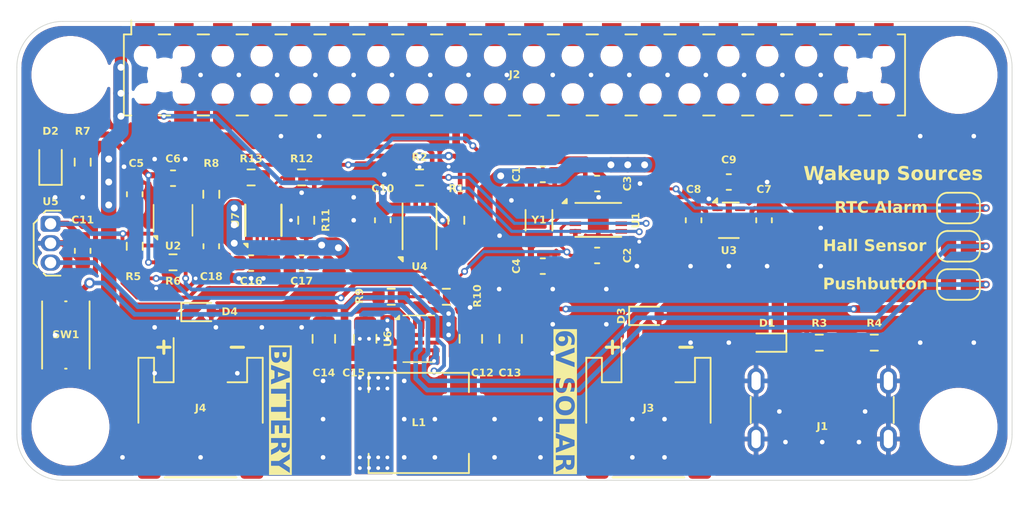
<source format=kicad_pcb>
(kicad_pcb (version 20240108) (generator "pcbnew") (generator_version "8.0")
  (title_block (comment 4 "AISLER Project ID: YGJGNUSD"))
  (layers (0 "F.Cu" signal) (1 "In1.Cu" signal) (2 "In2.Cu" signal) (31 "B.Cu" signal) (34 "B.Paste" user) (35 "F.Paste" user) (36 "B.SilkS" user "B.Silkscreen") (37 "F.SilkS" user "F.Silkscreen") (38 "B.Mask" user) (39 "F.Mask" user) (44 "Edge.Cuts" user))
  (net 0 "")
  (net 1 "Net-(U1-X1)")
  (net 2 "GND")
  (net 3 "+BATT")
  (net 4 "+3V3")
  (net 5 "Net-(U1-X2)")
  (net 6 "+4V")
  (net 7 "Net-(D2-A)")
  (net 8 "VBUS")
  (net 9 "VDC")
  (net 10 "+6V")
  (net 11 "+5V")
  (net 12 "Net-(D2-K)")
  (net 13 "Net-(J1-CC1)")
  (net 14 "Net-(J1-CC2)")
  (net 15 "/POWER_OFF")
  (net 18 "/I2C2_SDA")
  (net 36 "/I2C2_SCL")
  (net 43 "/~{RTC_ALARM}")
  (net 44 "/~{POWER_ON}")
  (net 45 "Net-(JP2-A)")
  (net 46 "Net-(L1-Pad2)")
  (net 47 "/5V_EN")
  (net 48 "Net-(U6-FB)")
  (net 49 "Net-(U7-TS{slash}MR)")
  (net 50 "Net-(U7-ILIM{slash}VSET)")
  (net 51 "Net-(U7-ISET)")
  (net 59 "Net-(JP3-B)")
  (footprint "MountingHole:MountingHole_2.7mm_M2.5_ISO14580" (layer "F.Cu") (at 121 53.5)
    (property "Reference" "H2" (hide yes))
    (property "Value" "M2.5" (hide yes))
  )
  (footprint "Diode_SMD:D_SOD-523" (layer "F.Cu") (at 158.75 69.25)
    (property "Reference" "D3")
    (property "Value" "ESD5Z5.0" (hide yes))
  )
  (footprint "Jumper:SolderJumper-2_P1.3mm_Open_RoundedPad1.0x1.5mm" (layer "F.Cu") (at 179 62.2)
    (property "Reference" "JP1" (hide yes))
    (property "Value" "SolderJumper_2_Open" (hide yes))
  )
  (footprint "Package_TO_SOT_THT:TO-92Flat" (layer "F.Cu") (at 119.7 63.23 -90)
    (property "Reference" "U5")
    (property "Value" "DRV5032FC" (hide yes))
  )
  (footprint "Capacitor_SMD:C_0603_1608Metric" (layer "F.Cu") (at 136.1 65.8)
    (property "Reference" "C17")
    (property "Value" "1u" (hide yes))
  )
  (footprint "LED_SMD:LED_0603_1608Metric" (layer "F.Cu") (at 119.7 59.2 90)
    (property "Reference" "D2")
    (property "Value" "RED" (hide yes))
  )
  (footprint "Capacitor_SMD:C_0805_2012Metric" (layer "F.Cu") (at 137.55 70.75 90)
    (property "Reference" "C14")
    (property "Value" "22u" (hide yes))
  )
  (footprint "Resistor_SMD:R_0603_1608Metric" (layer "F.Cu") (at 132.8 60.2 180)
    (property "Reference" "R13")
    (property "Value" "1k" (hide yes))
  )
  (footprint "Capacitor_SMD:C_0603_1608Metric" (layer "F.Cu") (at 166.3 63 -90)
    (property "Reference" "C7")
    (property "Value" "100n" (hide yes))
  )
  (footprint "gworkman_connector:RaspberryPi_low_profile_HAT_connector" (layer "F.Cu") (at 150 53.5)
    (property "Reference" "J2")
    (property "Value" "Raspberry_Pi_2_3" (hide yes))
  )
  (footprint "Package_DFN_QFN:DFN-8-1EP_3x2mm_P0.5mm_EP1.36x1.46mm" (layer "F.Cu") (at 155.475 62.975)
    (property "Reference" "U1")
    (property "Value" "MCP7940N-xMNY" (hide yes))
  )
  (footprint "Resistor_SMD:R_0603_1608Metric" (layer "F.Cu") (at 146.2 63 90)
    (property "Reference" "R1")
    (property "Value" "5k1" (hide yes))
  )
  (footprint "Capacitor_SMD:C_0805_2012Metric" (layer "F.Cu") (at 149.75 70.75 90)
    (property "Reference" "C13")
    (property "Value" "22u" (hide yes))
  )
  (footprint "Resistor_SMD:R_0603_1608Metric" (layer "F.Cu") (at 130.2 61.3 -90)
    (property "Reference" "R8")
    (property "Value" "5k1" (hide yes))
  )
  (footprint "gworkman_device:L_Vishay_IHLP-2525" (layer "F.Cu") (at 143.75 76.25 180)
    (property "Reference" "L1")
    (property "Value" "1u5" (hide yes))
  )
  (footprint "Diode_SMD:D_SOD-523" (layer "F.Cu") (at 166.5 71 180)
    (property "Reference" "D1")
    (property "Value" "ESD5Z5.0" (hide yes))
  )
  (footprint "Resistor_SMD:R_0603_1608Metric" (layer "F.Cu") (at 125.2 64.7 -90)
    (property "Reference" "R5")
    (property "Value" "5k1" (hide yes))
  )
  (footprint "gworkman_power:Texas_DRL0008A_SOT-583" (layer "F.Cu") (at 164 63)
    (property "Reference" "U3")
    (property "Value" "LM66200" (hide yes))
  )
  (footprint "Capacitor_SMD:C_0805_2012Metric" (layer "F.Cu") (at 147.15 70.75 90)
    (property "Reference" "C12")
    (property "Value" "22u" (hide yes))
  )
  (footprint "Capacitor_SMD:C_0603_1608Metric" (layer "F.Cu") (at 155.4 65.3)
    (property "Reference" "C2")
    (property "Value" "100n" (hide yes))
  )
  (footprint "Diode_SMD:D_SOD-523" (layer "F.Cu") (at 129.5 69)
    (property "Reference" "D4")
    (property "Value" "ESD5Z5.0" (hide yes))
  )
  (footprint "MountingHole:MountingHole_2.7mm_M2.5_ISO14580" (layer "F.Cu") (at 179 76.5)
    (property "Reference" "H4" (hide yes))
    (property "Value" "M2.5" (hide yes))
  )
  (footprint "Resistor_SMD:R_0603_1608Metric" (layer "F.Cu") (at 136.1 60.2)
    (property "Reference" "R12")
    (property "Value" "13k" (hide yes))
  )
  (footprint "Package_DFN_QFN:DFN-8-1EP_3x2mm_P0.5mm_EP1.3x1.5mm" (layer "F.Cu") (at 143.8 63.4 90)
    (property "Reference" "U4")
    (property "Value" "ATECC608A-MAHDA" (hide yes))
  )
  (footprint "Capacitor_SMD:C_0603_1608Metric" (layer "F.Cu") (at 132.8 65.8 180)
    (property "Reference" "C16")
    (property "Value" "1u" (hide yes))
  )
  (footprint "Capacitor_SMD:C_0603_1608Metric" (layer "F.Cu") (at 127.7 60.25)
    (property "Reference" "C6")
    (property "Value" "100n" (hide yes))
  )
  (footprint "Resistor_SMD:R_0603_1608Metric" (layer "F.Cu") (at 173.5 71)
    (property "Reference" "R4")
    (property "Value" "5k1" (hide yes))
  )
  (footprint "Resistor_SMD:R_0603_1608Metric" (layer "F.Cu") (at 121.8 59.2 90)
    (property "Reference" "R7")
    (property "Value" "5k1" (hide yes))
  )
  (footprint "Capacitor_SMD:C_0603_1608Metric" (layer "F.Cu") (at 121.8 65 -90)
    (property "Reference" "C11")
    (property "Value" "100n" (hide yes))
  )
  (footprint "Capacitor_SMD:C_0603_1608Metric" (layer "F.Cu") (at 164 60.5)
    (property "Reference" "C9")
    (property "Value" "100n" (hide yes))
  )
  (footprint "Connector_USB:USB_C_Receptacle_GCT_USB4125-xx-x_6P_TopMnt_Horizontal" (layer "F.Cu") (at 170.1 76.5)
    (property "Reference" "J1")
    (property "Value" "USB_C_Receptacle_PowerOnly_6P")
  )
  (footprint "Capacitor_SMD:C_0603_1608Metric" (layer "F.Cu") (at 141.4 63 -90)
    (property "Reference" "C10")
    (property "Value" "100n" (hide yes))
  )
  (footprint "gworkman_power:USP-8B06" (layer "F.Cu") (at 127.7 63 90)
    (property "Reference" "U2")
    (property "Value" "XC6192B" (hide yes))
  )
  (footprint "Resistor_SMD:R_0603_1608Metric" (layer "F.Cu") (at 143.8 60.2)
    (property "Reference" "R2")
    (property "Value" "5k1" (hide yes))
  )
  (footprint "gworkman_power:MPS_PowerQFN-14_2x2mm" (layer "F.Cu") (at 143.75 70.75)
    (property "Reference" "U6")
    (property "Value" "MP3423" (hide yes))
  )
  (footprint "Jumper:SolderJumper-2_P1.3mm_Open_RoundedPad1.0x1.5mm" (layer "F.Cu") (at 179 67.2)
    (property "Reference" "JP3" (hide yes))
    (property "Value" "SolderJumper_2_Open" (hide yes))
  )
  (footprint "MountingHole:MountingHole_2.7mm_M2.5_ISO14580" (layer "F.Cu") (at 179 53.5)
    (property "Reference" "H3" (hide yes))
    (property "Value" "M2.5" (hide yes))
  )
  (footprint "Capacitor_SMD:C_0603_1608Metric" (layer "F.Cu") (at 130.2 64.7 -90)
    (property "Reference" "C18")
    (property "Value" "1u" (hide yes))
  )
  (footprint "Capacitor_SMD:C_0805_2012Metric" (layer "F.Cu") (at 140.25 70.75 90)
    (property "Reference" "C15")
    (property "Value" "22u" (hide yes))
  )
  (footprint "Capacitor_SMD:C_0603_1608Metric" (layer "F.Cu") (at 125.2 61.3 90)
    (property "Reference" "C5")
    (property "Value" "100n" (hide yes))
  )
  (footprint "Resistor_SMD:R_0603_1608Metric" (layer "F.Cu") (at 141.95 68)
    (property "Reference" "R9")
    (property "Value" "750k" (hide yes))
  )
  (footprint "Jumper:SolderJumper-2_P1.3mm_Open_RoundedPad1.0x1.5mm" (layer "F.Cu") (at 179 64.7 180)
    (property "Reference" "JP2" (hide yes))
    (property "Value" "SolderJumper_2_Open" (hide yes))
  )
  (footprint "MountingHole:MountingHole_2.7mm_M2.5_ISO14580" (layer "F.Cu") (at 121 76.5)
    (property "Reference" "H1" (hide yes))
    (property "Value" "M2.5" (hide yes))
  )
  (footprint "Button_Switch_SMD:SW_Push_1P1T_NO_CK_KMR2" (layer "F.Cu") (at 120.7 70.5 -90)
    (property "Reference" "SW1")
    (property "Value" "SW_Push" (hide yes))
  )
  (footprint "gworkman_connector:JST_PH_01x02_SMT_Horizontal" (layer "F.Cu") (at 129.5 75.3)
    (property "Reference" "J4")
    (property "Value" "~")
  )
  (footprint "Crystal:Crystal_SMD_3215-2Pin_3.2x1.5mm" (layer "F.Cu") (at 151.6 63 -90)
    (property "Reference" "Y1")
    (property "Value" "32.768kHz" (hide yes))
  )
  (footprint "Capacitor_SMD:C_0603_1608Metric" (layer "F.Cu") (at 151.85 66)
    (property "Reference" "C4")
    (property "Value" "6p" (hide yes))
  )
  (footprint "Capacitor_SMD:C_0603_1608Metric" (layer "F.Cu") (at 161.7 63 -90)
    (property "Reference" "C8")
    (property "Value" "100n" (hide yes))
  )
  (footprint "gworkman_connector:JST_PH_01x02_SMT_Horizontal" (layer "F.Cu") (at 158.75 75.3)
    (property "Reference" "J3")
    (property "Value" "~")
  )
  (footprint "Resistor_SMD:R_0603_1608Metric" (layer "F.Cu") (at 169.9075 71 180)
    (property "Reference" "R3")
    (property "Value" "5k1" (hide yes))
  )
  (footprint "Resistor_SMD:R_0603_1608Metric" (layer "F.Cu") (at 145.55 68)
    (property "Reference" "R10")
    (property "Value" "140k" (hide yes))
  )
  (footprint "Capacitor_SMD:C_0603_1608Metric" (layer "F.Cu") (at 155.4 60.6 180)
    (property "Reference" "C3")
    (property "Value" "100n" (hide yes))
  )
  (footprint "Capacitor_SMD:C_0603_1608Metric" (layer "F.Cu") (at 151.85 60)
    (property "Reference" "C1")
    (property "Value" "6p" (hide yes))
  )
  (footprint "Resistor_SMD:R_0603_1608Metric" (layer "F.Cu") (at 127.7 65.75 180)
    (property "Reference" "R6")
    (property "Value" "5k1" (hide yes))
  )
  (footprint "Resistor_SMD:R_0603_1608Metric" (layer "F.Cu") (at 136.4 63 -90)
    (property "Reference" "R11")
    (property "Value" "10k" (hide yes))
  )
  (footprint "gworkman_power:Texas_DLH0010A_WSON-10" (layer "F.Cu") (at 133.6 63 90)
    (property "Reference" "U7")
    (property "Value" "BQ25185" (hide yes))
  )
  (gr_line (start 131.5 71.3) (end 132.3 71.3) (stroke (width 0.2)) (layer "F.SilkS"))
  (gr_line (start 126.7 71.3) (end 127.5 71.3) (stroke (width 0.2)) (layer "F.SilkS"))
  (gr_line (start 127.1 70.9) (end 127.1 71.7) (stroke (width 0.2)) (layer "F.SilkS"))
  (gr_line (start 156.4 70.9) (end 156.4 71.7) (stroke (width 0.2)) (layer "F.SilkS"))
  (gr_line (start 160.8 71.3) (end 161.6 71.3) (stroke (width 0.2)) (layer "F.SilkS"))
  (gr_line (start 156 71.3) (end 156.8 71.3) (stroke (width 0.2)) (layer "F.SilkS"))
  (gr_arc (start 179.5 50) (mid 181.62132 50.87868) (end 182.5 53) (stroke (width 0.05)) (layer "Edge.Cuts"))
  (gr_arc (start 120.5 80) (mid 118.37868 79.12132) (end 117.5 77) (stroke (width 0.05)) (layer "Edge.Cuts"))
  (gr_arc (start 182.5 77) (mid 181.62132 79.12132) (end 179.5 80) (stroke (width 0.05)) (layer "Edge.Cuts"))
  (gr_line (start 117.5 77) (end 117.5 53) (stroke (width 0.05)) (layer "Edge.Cuts"))
  (gr_line (start 179.5 80) (end 120.5 80) (stroke (width 0.05)) (layer "Edge.Cuts"))
  (gr_line (start 182.5 53) (end 182.5 77) (stroke (width 0.05)) (layer "Edge.Cuts"))
  (gr_line (start 120.5 50) (end 179.5 50) (stroke (width 0.05)) (layer "Edge.Cuts"))
  (gr_arc (start 117.5 53) (mid 118.37868 50.87868) (end 120.5 50) (stroke (width 0.05)) (layer "Edge.Cuts"))
  (gr_text "Pushbutton" (at 177 67.2 0) (layer "F.SilkS") (effects (font (size 0.75 0.75) (thickness 0.1875) (bold yes)) (justify right)))
  (gr_text "BATTERY" (at 134.6 79.5 270) (layer "F.SilkS" knockout) (effects (font (size 1.2 1.2) (thickness 0.24) (bold yes)) (justify right)))
  (gr_text "RTC Alarm" (at 177 62.2 0) (layer "F.SilkS") (effects (font (size 0.75 0.75) (thickness 0.15) (bold yes)) (justify right)))
  (gr_text "6V SOLAR" (at 153.2 79.5 270) (layer "F.SilkS" knockout) (effects (font (size 1.2 1.2) (thickness 0.2) (bold yes)) (justify right)))
  (gr_text "Hall Sensor" (at 176.9 64.7 0) (layer "F.SilkS") (effects (font (size 0.75 0.75) (thickness 0.1875) (bold yes)) (justify right)))
  (gr_text "Wakeup Sources" (at 180.6 60 0) (layer "F.SilkS") (effects (font (size 0.9 0.9) (thickness 0.225) (bold yes)) (justify right)))
  (segment (start 151.075 61.225) (end 151.6 61.75) (width 0.4) (layer "F.Cu") (net 1))
  (segment (start 151.6 61.75) (end 152.5 61.75) (width 0.2) (layer "F.Cu") (net 1))
  (segment (start 151.075 60) (end 151.075 61.225) (width 0.4) (layer "F.Cu") (net 1))
  (segment (start 152.5 61.75) (end 152.975 62.225) (width 0.2) (layer "F.Cu") (net 1))
  (segment (start 152.975 62.225) (end 153.975 62.225) (width 0.2) (layer "F.Cu") (net 1))
  (segment (start 120.525 64.5) (end 121.8 65.775) (width 0.4) (layer "F.Cu") (net 2))
  (segment (start 134.00005 64.1303) (end 134.00005 63.40005) (width 0.175) (layer "F.Cu") (net 2))
  (segment (start 134.4001 64.1303) (end 134.00005 64.1303) (width 0.175) (layer "F.Cu") (net 2))
  (segment (start 127.95 62.1491) (end 127.95 62.75) (width 0.2) (layer "F.Cu") (net 2))
  (segment (start 135.4 63) (end 133.6 63) (width 0.175) (layer "F.Cu") (net 2))
  (segment (start 127.45 63.25) (end 127.7 63) (width 0.2) (layer "F.Cu") (net 2))
  (segment (start 142.7467 70.5) (end 142.7467 69.999999) (width 0.2) (layer "F.Cu") (net 2))
  (segment (start 131.25 65.8) (end 132.025 65.8) (width 0.5) (layer "F.Cu") (net 2))
  (segment (start 130.2 65.475) (end 130.925 65.475) (width 0.5) (layer "F.Cu") (net 2))
  (segment (start 135.4 63) (end 135.4 63.9) (width 0.175) (layer "F.Cu") (net 2))
  (segment (start 143.75 70.5) (end 144 70.5) (width 0.2) (layer "F.Cu") (net 2))
  (segment (start 127.95 62.75) (end 127.7 63) (width 0.2) (layer "F.Cu") (net 2))
  (segment (start 135.1697 64.1303) (end 134.4001 64.1303) (width 0.175) (layer "F.Cu") (net 2))
  (segment (start 143.75 70.5) (end 142.7467 70.5) (width 0.2) (layer "F.Cu") (net 2))
  (segment (start 144.75 71.503301) (end 144.7533 71.500001) (width 0.2) (layer "F.Cu") (net 2))
  (segment (start 144.75 72.2) (end 144.75 71.503301) (width 0.2) (layer "F.Cu") (net 2))
  (segment (start 119.7 64.5) (end 120.525 64.5) (width 0.4) (layer "F.Cu") (net 2))
  (segment (start 130.925 65.475) (end 131.25 65.8) (width 0.5) (layer "F.Cu") (net 2))
  (segment (start 134.00005 63.40005) (end 133.6 63) (width 0.175) (layer "F.Cu") (net 2))
  (segment (start 144 70.5) (end 144 69.7467) (width 0.2) (layer "F.Cu") (net 2))
  (segment (start 135.4 63.9) (end 135.1697 64.1303) (width 0.175) (layer "F.Cu") (net 2))
  (segment (start 127.45 63.8509) (end 127.45 63.25) (width 0.2) (layer "F.Cu") (net 2))
  (via (at 161.5 71) (size 0.6) (drill 0.3) (layers "F.Cu" "B.Cu") (net 2))
  (via (at 142.8 73.5) (size 0.6) (drill 0.3) (layers "F.Cu" "B.Cu") (net 2))
  (via (at 144.8 78.5) (size 0.6) (drill 0.3) (layers "F.Cu" "B.Cu") (net 2))
  (via (at 166.5 60.5) (size 0.6) (drill 0.3) (layers "F.Cu" "B.Cu") (net 2))
  (via (at 139.5 53.5) (size 0.6) (drill 0.3) (layers "F.Cu" "B.Cu") (net 2))
  (via (at 124.5 59.5) (size 0.6) (drill 0.3) (layers "F.Cu" "B.Cu") (net 2))
  (via (at 121.8 61.5) (size 0.6) (drill 0.3) (layers "F.Cu" "B.Cu") (net 2))
  (via (at 151.7 78.5) (size 0.6) (drill 0.3) (layers "F.Cu" "B.Cu") (net 2))
  (via (at 134.5 53.5) (size 0.6) (drill 0.3) (layers "F.Cu" "B.Cu") (net 2))
  (via (at 132 53.5) (size 0.6) (drill 0.3) (layers "F.Cu" "B.Cu") (net 2))
  (via (at 156 69.8) (size 0.6) (drill 0.3) (layers "F.Cu" "B.Cu") (net 2))
  (via (at 136.1 70) (size 0.6) (drill 0.3) (layers "F.Cu" "B.Cu") (net 2))
  (via (at 126.5 59) (size 0.6) (drill 0.3) (layers "F.Cu" "B.Cu") (net 2))
  (via (at 164 66) (size 0.6) (drill 0.3) (layers "F.Cu" "B.Cu") (net 2))
  (via (at 142.8 78.5) (size 0.6) (drill 0.3) (layers "F.Cu" "B.Cu") (net 2))
  (via (at 172.5 77.5) (size 0.6) (drill 0.3) (layers "F.Cu" "B.Cu") (net 2))
  (via (at 158 66) (size 0.6) (drill 0.3) (layers "F.Cu" "B.Cu") (net 2))
  (via (at 170 66) (size 0.6) (drill 0.3) (layers "F.Cu" "B.Cu") (net 2))
  (via (at 159.8 76) (size 0.6) (drill 0.3) (layers "F.Cu" "B.Cu") (net 2))
  (via (at 129.175003 66.8) (size 0.45) (drill 0.25) (layers "F.Cu" "B.Cu") (net 2))
  (via (at 180 57.5) (size 0.6) (drill 0.3) (layers "F.Cu" "B.Cu") (net 2))
  (via (at 137.5 76) (size 0.6) (drill 0.3) (layers "F.Cu" "B.Cu") (net 2))
  (via (at 141.5 60) (size 0.6) (drill 0.3) (layers "F.Cu" "B.Cu") (net 2))
  (via (at 152.5 53.5) (size 0.6) (drill 0.3) (layers "F.Cu" "B.Cu") (net 2))
  (via (at 129.5 78.5) (size 0.6) (drill 0.3) (layers "F.Cu" "B.Cu") (net 2))
  (via (at 144.75 72.2) (size 0.45) (drill 0.25) (layers "F.Cu" "B.Cu") (net 2))
  (via (at 170 63.5) (size 0.6) (drill 0.3) (layers "F.Cu" "B.Cu") (net 2))
  (via (at 151.7 76) (size 0.6) (drill 0.3) (layers "F.Cu" "B.Cu") (net 2))
  (via (at 126.5 70) (size 0.6) (drill 0.3) (layers "F.Cu" "B.Cu") (net 2))
  (via (at 148.7 78.5) (size 0.6) (drill 0.3) (layers "F.Cu" "B.Cu") (net 2))
  (via (at 133.5 70) (size 0.6) (drill 0.3) (layers "F.Cu" "B.Cu") (net 2))
  (via (at 157.7 76) (size 0.6) (drill 0.3) (layers "F.Cu" "B.Cu") (net 2))
  (via (at 158.15 64.400002) (size 0.45) (drill 0.25) (layers "F.Cu" "B.Cu") (net 2))
  (via (at 164 71) (size 0.6) (drill 0.3) (layers "F.Cu" "B.Cu") (net 2))
  (via (at 135.4 63) (size 0.45) (drill 0.25) (layers "F.Cu" "B.Cu") (net 2))
  (via (at 156 67.5) (size 0.6) (drill 0.3) (layers "F.Cu" "B.Cu") (net 2))
  (via (at 170.1 77.5) (size 0.6) (drill 0.3) (layers "F.Cu" "B.Cu") (net 2))
  (via (at 128.5 59) (size 0.6) (drill 0.3) (layers "F.Cu" "B.Cu") (net 2))
  (via (at 130.5 70) (size 0.6) (drill 0.3) (layers "F.Cu" "B.Cu") (net 2))
  (via (at 152.5 71.7) (size 0.6) (drill 0.3) (layers "F.Cu" "B.Cu") (net 2))
  (via (at 145.7 59.500003) (size 0.45) (drill 0.25) (layers "F.Cu" "B.Cu") (net 2))
  (via (at 162.7 61.6) (size 0.6) (drill 0.3) (layers "F.Cu" "B.Cu") (net 2))
  (via (at 145.7 60.9) (size 0.45) (drill 0.25) (layers "F.Cu" "B.Cu") (net 2))
  (via (at 155.5 61.5) (size 0.6) (drill 0.3) (layers "F.Cu" "B.Cu") (net 2))
  (via (at 158.2 60.6) (size 0.6) (drill 0.3) (layers "F.Cu" "B.Cu") (net 2))
  (via (at 152.5 67.5) (size 0.6) (drill 0.3) (layers "F.Cu" "B.Cu") (net 2))
  (via (at 155 53.5) (size 0.6) (drill 0.3) (layers "F.Cu" "B.Cu") (net 2))
  (via (at 170 60.5) (size 0.6) (drill 0.3) (layers "F.Cu" "B.Cu") (net 2))
  (via (at 120 61.5) (size 0.6) (drill 0.3) (layers "F.Cu" "B.Cu") (net 2))
  (via (at 142.8 76) (size 0.6) (drill 0.3) (layers "F.Cu" "B.Cu") (net 2))
  (via (at 176.5 71) (size 0.6) (drill 0.3) (layers "F.Cu" "B.Cu") (net 2))
  (via (at 126.6 67.450003) (size 0.45) (drill 0.25) (layers "F.Cu" "B.Cu") (net 2))
  (via (at 160 53.5) (size 0.6) (drill 0.3) (layers "F.Cu" "B.Cu") (net 2))
  (via (at 176.5 57.5) (size 0.6) (drill 0.3) (layers "F.Cu" "B.Cu") (net 2))
  (via (at 149.5 53.5) (size 0.6) (drill 0.3) (layers "F.Cu" "B.Cu") (net 2))
  (via (at 162.5 53.5) (size 0.6) (drill 0.3) (layers "F.Cu" "B.Cu") (net 2))
  (via (at 147 53.5) (size 0.6) (drill 0.3) (layers "F.Cu" "B.Cu") (net 2))
  (via (at 167.7 77.5) (size 0.6) (drill 0.3) (layers "F.Cu" "B.Cu") (net 2))
  (via (at 149.8 61.7) (size 0.6) (drill 0.3) (layers "F.Cu" "B.Cu") (net 2))
  (via (at 157.7 78.5) (size 0.6) (drill 0.3) (layers "F.Cu" "B.Cu") (net 2))
  (via (at 137.25 57.5) (size 0.6) (drill 0.3) (layers "F.Cu" "B.Cu") (net 2))
  (via (at 120 70.5) (size 0.6) (drill 0.3) (layers "F.Cu" "B.Cu") (net 2))
  (via (at 148.7 76) (size 0.6) (drill 0.3) (layers "F.Cu" "B.Cu") (net 2))
  (via (at 137.5 78.5) (size 0.6) (drill 0.3) (layers "F.Cu" "B.Cu") (net 2))
  (via (at 131.9 73) (size 0.6) (drill 0.3) (layers "F.Cu" "B.Cu") (net 2))
  (via (at 129.5 53.5) (size 0.6) (drill 0.3) (layers "F.Cu" "B.Cu") (net 2))
  (via (at 167.3 75.5) (size 0.6) (drill 0.3) (layers "F.Cu" "B.Cu") (net 2))
  (via (at 144.5 53.5) (size 0.6) (drill 0.3) (layers "F.Cu" "B.Cu") (net 2))
  (via (at 159.8 78.5) (size 0.6) (drill 0.3) (layers "F.Cu" "B.Cu") (net 2))
  (via (at 137 53.5) (size 0.6) (drill 0.3) (layers "F.Cu" "B.Cu") (net 2))
  (via (at 166.5 66) (size 0.6) (drill 0.3) (layers "F.Cu" "B.Cu") (net 2))
  (via (at 124.4 78.5) (size 0.6) (drill 0.3) (layers "F.Cu" "B.Cu") (net 2))
  (via (at 152.5 69.8) (size 0.6) (drill 0.3) (layers "F.Cu" "B.Cu") (net 2))
  (via (at 165 53.5) (size 0.6) (drill 0.3) (layers "F.Cu" "B.Cu") (net 2))
  (via (at 149.027225 64.008732) (size 0.6) (drill 0.3) (layers "F.Cu" "B.Cu") (net 2))
  (via (at 134.75 57.5) (size 0.6) (drill 0.3) (layers "F.Cu" "B.Cu") (net 2))
  (via (at 126.5 73) (size 0.6) (drill 0.3) (layers "F.Cu" "B.Cu") (net 2))
  (via (at 139.5 61.5) (size 0.6) (drill 0.3) (layers "F.Cu" "B.Cu") (net 2))
  (via (at 157.5 53.5) (size 0.6) (drill 0.3) (layers "F.Cu" "B.Cu") (net 2))
  (via (at 180 71) (size 0.6) (drill 0.3) (layers "F.Cu" "B.Cu") (net 2))
  (via (at 161.5 66) (size 0.6) (drill 0.3) (layers "F.Cu" "B.Cu") (net 2))
  (via (at 167.5 53.5) (size 0.6) (drill 0.3) (layers "F.Cu" "B.Cu") (net 2))
  (via (at 137.5 73.5) (size 0.6) (drill 0.3) (layers "F.Cu" "B.Cu") (net 2))
  (via (at 143.8 59.525003) (size 0.45) (drill 0.25) (layers "F.Cu" "B.Cu") (net 2))
  (via (at 136.1 61.2) (size 0.6) (drill 0.3) (layers "F.Cu" "B.Cu") (net 2))
  (via (at 149 67.5) (size 0.6) (drill 0.3) (layers "F.Cu" "B.Cu") (net 2))
  (via (at 142 53.5) (size 0.6) (drill 0.3) (layers "F.Cu" "B.Cu") (net 2))
  (via (at 144.8 76) (size 0.6) (drill 0.3) (layers "F.Cu" "B.Cu") (net 2))
  (via (at 139.5 63) (size 0.6) (drill 0.3) (layers "F.Cu" "B.Cu") (net 2))
  (via (at 147.1 68.7) (size 0.6) (drill 0.3) (layers "F.Cu" "B.Cu") (net 2))
  (via (at 170 53.5) (size 0.6) (drill 0.3) (layers "F.Cu" "B.Cu") (net 2))
  (via (at 172.9 75.5) (size 0.6) (drill 0.3) (layers "F.Cu" "B.Cu") (net 2))
  (segment (start 146.373982 66.7125) (end 135.6875 66.7125) (width 0.175) (layer "F.Cu") (net 3))
  (segment (start 133.3 64.9) (end 133.95 64.9) (width 0.2) (layer "F.Cu") (net 3))
  (segment (start 146.743241 66.343241) (end 146.373982 66.7125) (width 0.175) (layer "F.Cu") (net 3))
  (segment (start 153.05 64.7) (end 153.05 63.525) (width 0.2) (layer "F.Cu") (net 3))
  (segment (start 130.085184 67.7) (end 134.7 67.7) (width 0.8) (layer "F.Cu") (net 3))
  (segment (start 128.5 69.3) (end 128.8 69) (width 0.8) (layer "F.Cu") (net 3))
  (segment (start 135.6875 66.7125) (end 135.325 67.075) (width 0.175) (layer "F.Cu") (net 3))
  (segment (start 129.2 68.6) (end 129.2 68.585184) (width 0.8) (layer "F.Cu") (net 3))
  (segment (start 153.425 65.075) (end 153.65 65.3) (width 0.2) (layer "F.Cu") (net 3))
  (segment (start 129.2 68.585184) (end 130.085184 67.7) (width 0.8) (layer "F.Cu") (net 3))
  (segment (start 128.8 69) (end 129.2 68.6) (width 0.8) (layer "F.Cu") (net 3))
  (segment (start 153.65 65.3) (end 154.625 65.3) (width 0.2) (layer "F.Cu") (net 3))
  (segment (start 135 64.9) (end 135.325 65.225) (width 0.4) (layer "F.Cu") (net 3))
  (segment (start 133.19995 64.1303) (end 133.19995 64.79995) (width 0.175) (layer "F.Cu") (net 3))
  (segment (start 128.5 72.45) (end 128.5 69.3) (width 0.8) (layer "F.Cu") (net 3))
  (segment (start 153.35 63.225) (end 153.975 63.225) (width 0.2) (layer "F.Cu") (net 3))
  (segment (start 134.7 67.7) (end 135.325 67.075) (width 0.8) (layer "F.Cu") (net 3))
  (segment (start 153.425 65.075) (end 153.05 64.7) (width 0.2) (layer "F.Cu") (net 3))
  (segment (start 153.05 63.525) (end 153.35 63.225) (width 0.2) (layer "F.Cu") (net 3))
  (segment (start 133.95 64.9) (end 135 64.9) (width 0.4) (layer "F.Cu") (net 3))
  (segment (start 133.19995 64.79995) (end 133.3 64.9) (width 0.175) (layer "F.Cu") (net 3))
  (segment (start 135.325 65.225) (end 135.325 65.8) (width 0.6) (layer "F.Cu") (net 3))
  (segment (start 135.325 67.075) (end 135.325 65.8) (width 0.8) (layer "F.Cu") (net 3))
  (via (at 146.743241 66.343241) (size 0.45) (drill 0.25) (layers "F.Cu" "B.Cu") (net 3))
  (via (at 153.425 65.075) (size 0.45) (drill 0.25) (layers "F.Cu" "B.Cu") (net 3))
  (segment (start 148 65.05) (end 146.743241 66.306759) (width 0.2) (layer "B.Cu") (net 3))
  (segment (start 153.425 65.075) (end 153.4 65.05) (width 0.2) (layer "B.Cu") (net 3))
  (segment (start 153.4 65.05) (end 148 65.05) (width 0.2) (layer "B.Cu") (net 3))
  (segment (start 146.743241 66.306759) (end 146.743241 66.343241) (width 0.2) (layer "B.Cu") (net 3))
  (segment (start 147.125 63.275) (end 147.125 60.025) (width 0.5) (layer "F.Cu") (net 4))
  (segment (start 146.19 56.22) (end 146.19 58.04) (width 0.5) (layer "F.Cu") (net 4))
  (segment (start 147.125 60.025) (end 148.075 59.075) (width 0.5) (layer "F.Cu") (net 4))
  (segment (start 143.05 61.95) (end 141.675 61.95) (width 0.2) (layer "F.Cu") (net 4))
  (segment (start 156.975 62.225) (end 156.975 61.4) (width 0.2) (layer "F.Cu") (net 4))
  (segment (start 146.125 63.825) (end 145.3 63) (width 0.5) (layer "F.Cu") (net 4))
  (segment (start 154.65 59.075) (end 156.175 60.6) (width 0.5) (layer "F.Cu") (net 4))
  (segment (start 127.08 56.22) (end 127.1 56.2) (width 0.3) (layer "F.Cu") (net 4))
  (segment (start 148.075 59.075) (end 154.65 59.075) (width 0.5) (layer "F.Cu") (net 4))
  (segment (start 143.05 61.95) (end 143.05 60.275) (width 0.2) (layer "F.Cu") (net 4))
  (segment (start 156.975 61.4) (end 156.175 60.6) (width 0.2) (layer "F.Cu") (net 4))
  (segment (start 143.05 60.275) (end 142.975 60.2) (width 0.2) (layer "F.Cu") (net 4))
  (segment (start 125.87 56.22) (end 127.08 56.22) (width 0.3) (layer "F.Cu") (net 4))
  (segment (start 146.2 63.825) (end 146.125 63.825) (width 0.5) (layer "F.Cu") (net 4))
  (segment (start 141.675 61.95) (end 141.4 62.225) (width 0.2) (layer "F.Cu") (net 4))
  (segment (start 141.4 61.2) (end 141.4 62.225) (width 0.5) (layer "F.Cu") (net 4))
  (segment (start 146.19 58.04) (end 147.65 59.5) (width 0.5) (layer "F.Cu") (net 4))
  (segment (start 146.2 63.825) (end 146.575 63.825) (width 0.5) (layer "F.Cu") (net 4))
  (segment (start 146.575 63.825) (end 147.125 63.275) (width 0.5) (layer "F.Cu") (net 4))
  (via (at 141.4 61.2) (size 0.55) (drill 0.3) (layers "F.Cu" "B.Cu") (net 4))
  (via (at 145.3 63) (size 0.55) (drill 0.3) (layers "F.Cu" "B.Cu") (net 4))
  (via (at 127.1 56.2) (size 0.45) (drill 0.25) (layers "F.Cu" "B.Cu") (net 4))
  (segment (start 141.4 61.2) (end 141.4 61.8) (width 0.5) (layer "B.Cu") (net 4))
  (segment (start 134.8 60.55) (end 140.75 60.55) (width 0.3) (layer "B.Cu") (net 4))
  (segment (start 127.1 56.2) (end 130.45 56.2) (width 0.3) (layer "B.Cu") (net 4))
  (segment (start 144.6 62.3) (end 145.3 63) (width 0.5) (layer "B.Cu") (net 4))
  (segment (start 141.4 61.8) (end 141.9 62.3) (width 0.5) (layer "B.Cu") (net 4))
  (segment (start 141.9 62.3) (end 144.6 62.3) (width 0.5) (layer "B.Cu") (net 4))
  (segment (start 130.45 56.2) (end 134.8 60.55) (width 0.3) (layer "B.Cu") (net 4))
  (segment (start 140.75 60.55) (end 141.4 61.2) (width 0.3) (layer "B.Cu") (net 4))
  (segment (start 152 64.25) (end 152.4 63.85) (width 0.2) (layer "F.Cu") (net 5))
  (segment (start 152.4 63.3) (end 152.975 62.725) (width 0.2) (layer "F.Cu") (net 5))
  (segment (start 152.975 62.725) (end 153.975 62.725) (width 0.2) (layer "F.Cu") (net 5))
  (segment (start 151.075 66) (end 151.075 64.775) (width 0.4) (layer "F.Cu") (net 5))
  (segment (start 151.6 64.25) (end 152 64.25) (width 0.2) (layer "F.Cu") (net 5))
  (segment (start 151.075 64.775) (end 151.6 64.25) (width 0.4) (layer "F.Cu") (net 5))
  (segment (start 152.4 63.85) (end 152.4 63.3) (width 0.2) (layer "F.Cu") (net 5))
  (segment (start 124.425 63.875) (end 124.4 63.9) (width 0.25) (layer "F.Cu") (net 6))
  (segment (start 125.35 68.05) (end 128.70988 68.05) (width 0.25) (layer "F.Cu") (net 6))
  (segment (start 125.2 62.075) (end 125.2 63.875) (width 0.25) (layer "F.Cu") (net 6))
  (segment (start 126.925899 63.875) (end 126.949999 63.8509) (width 0.25) (layer "F.Cu") (net 6))
  (segment (start 128.70988 68.05) (end 129.95988 66.8) (width 0.25) (layer "F.Cu") (net 6))
  (segment (start 120.805 63.23) (end 121.8 64.225) (width 0.4) (layer "F.Cu") (net 6))
  (segment (start 124.425 63.875) (end 125.2 63.875) (width 0.25) (layer "F.Cu") (net 6))
  (segment (start 124.4 63.9) (end 124.4 67.1) (width 0.25) (layer "F.Cu") (net 6))
  (segment (start 125.2 63.875) (end 126.925899 63.875) (width 0.25) (layer "F.Cu") (net 6))
  (segment (start 129.95988 66.8) (end 132 66.8) (width 0.25) (layer "F.Cu") (net 6))
  (segment (start 119.7 63.23) (end 120.805 63.23) (width 0.4) (layer "F.Cu") (net 6))
  (segment (start 146.671 72.179) (end 147.15 71.7) (width 1.5) (layer "F.Cu") (net 6))
  (segment (start 124.4 67.1) (end 125.35 68.05) (width 0.25) (layer "F.Cu") (net 6))
  (segment (start 146.671 76.25) (end 146.671 72.179) (width 1.75) (layer "F.Cu") (net 6))
  (via (at 133.6 66.8) (size 0.6) (drill 0.3) (layers "F.Cu" "B.Cu") (net 6))
  (via (at 145.7 69.8) (size 0.55) (drill 0.3) (layers "F.Cu" "B.Cu") (net 6))
  (via (at 145.7 69.1) (size 0.55) (drill 0.3) (layers "F.Cu" "B.Cu") (net 6))
  (via (at 124.425 63.875) (size 0.45) (drill 0.25) (layers "F.Cu" "B.Cu") (net 6))
  (via (at 132 66.8) (size 0.6) (drill 0.3) (layers "F.Cu" "B.Cu") (net 6))
  (via (at 132.8 66.8) (size 0.6) (drill 0.3) (layers "F.Cu" "B.Cu") (net 6))
  (via (at 145.7 70.5) (size 0.55) (drill 0.3) (layers "F.Cu" "B.Cu") (net 6))
  (segment (start 124.425 63.875) (end 122.375 63.875) (width 0.3) (layer "B.Cu") (net 6))
  (segment (start 133.6 66.8) (end 143.45 66.8) (width 0.8) (layer "B.Cu") (net 6))
  (segment (start 132 66.8) (end 133.6 66.8) (width 0.8) (layer "B.Cu") (net 6))
  (segment (start 121.73 63.23) (end 119.7 63.23) (width 0.3) (layer "B.Cu") (net 6))
  (segment (start 143.45 66.8) (end 145.7 69.05) (width 0.8) (layer "B.Cu") (net 6))
  (segment (start 145.7 69.05) (end 145.7 70.5) (width 0.8) (layer "B.Cu") (net 6))
  (segment (start 122.375 63.875) (end 121.73 63.23) (width 0.3) (layer "B.Cu") (net 6))
  (segment (start 126.100664 65.75) (end 126.875 65.75) (width 0.25) (layer "F.Cu") (net 7))
  (segment (start 120.2 57.4) (end 123.440118 57.4) (width 0.4) (layer "F.Cu") (net 7))
  (segment (start 126.925 62.124101) (end 126.949999 62.1491) (width 0.25) (layer "F.Cu") (net 7))
  (segment (start 119.7 58.4125) (end 119.7 57.9) (width 0.4) (layer "F.Cu") (net 7))
  (segment (start 119.7 57.9) (end 120.2 57.4) (width 0.4) (layer "F.Cu") (net 7))
  (segment (start 126.45 60.059882) (end 126.640118 60.25) (width 0.25) (layer "F.Cu") (net 7))
  (segment (start 126.734882 60.059882) (end 126.925 60.25) (width 0.4) (layer "F.Cu") (net 7))
  (segment (start 126.1 60.059882) (end 126.734882 60.059882) (width 0.4) (layer "F.Cu") (net 7))
  (segment (start 126.099958 65.750706) (end 126.100664 65.75) (width 0.25) (layer "F.Cu") (net 7))
  (segment (start 126.1 60.059882) (end 126.45 60.059882) (width 0.25) (layer "F.Cu") (net 7))
  (segment (start 126.640118 60.25) (end 126.925 60.25) (width 0.25) (layer "F.Cu") (net 7))
  (segment (start 123.440118 57.4) (end 126.1 60.059882) (width 0.4) (layer "F.Cu") (net 7))
  (segment (start 126.925 60.25) (end 126.925 62.124101) (width 0.25) (layer "F.Cu") (net 7))
  (via (at 126.099958 65.750706) (size 0.45) (drill 0.25) (layers "F.Cu" "B.Cu") (net 7))
  (via (at 126.1 60.059882) (size 0.45) (drill 0.25) (layers "F.Cu" "B.Cu") (net 7))
  (segment (start 126.087381 65.738129) (end 126.099958 65.750706) (width 0.25) (layer "B.Cu") (net 7))
  (segment (start 126.1 60.059882) (end 126.087381 60.072501) (width 0.25) (layer "B.Cu") (net 7))
  (segment (start 126.087381 60.072501) (end 126.087381 65.738129) (width 0.25) (layer "B.Cu") (net 7))
  (segment (start 168.58 73.42) (end 168.58 72.38) (width 0.8) (layer "F.Cu") (net 8))
  (segment (start 169.2 75) (end 168.58 74.38) (width 0.8) (layer "F.Cu") (net 8))
  (segment (start 166.3 62.225) (end 165.675 62.225) (width 0.3) (layer "F.Cu") (net 8))
  (segment (start 167.125 62.225) (end 166.3 62.225) (width 0.8) (layer "F.Cu") (net 8))
  (segment (start 165.35 63.25) (end 164.74 63.25) (width 0.3) (layer "F.Cu") (net 8))
  (segment (start 167.2 67) (end 168.2 66) (width 0.8) (layer "F.Cu") (net 8))
  (segment (start 171.1 75) (end 169.2 75) (width 0.8) (layer "F.Cu") (net 8))
  (segment (start 171.62 74.48) (end 171.1 75) (width 0.8) (layer "F.Cu") (net 8))
  (segment (start 165.675 62.225) (end 165.5 62.4) (width 0.3) (layer "F.Cu") (net 8))
  (segment (start 165.5 63.1) (end 165.35 63.25) (width 0.3) (layer "F.Cu") (net 8))
  (segment (start 168.58 74.38) (end 168.58 73.42) (width 0.8) (layer "F.Cu") (net 8))
  (segment (start 168.2 63.3) (end 167.125 62.225) (width 0.8) (layer "F.Cu") (net 8))
  (segment (start 168.58 72.38) (end 167.2 71) (width 0.8) (layer "F.Cu") (net 8))
  (segment (start 165.5 62.4) (end 165.5 63.1) (width 0.3) (layer "F.Cu") (net 8))
  (segment (start 171.62 73.42) (end 171.62 74.48) (width 0.8) (layer "F.Cu") (net 8))
  (segment (start 167.2 71) (end 167.2 67) (width 0.8) (layer "F.Cu") (net 8))
  (segment (start 168.2 66) (end 168.2 63.3) (width 0.8) (layer "F.Cu") (net 8))
  (segment (start 163.26 63.25) (end 162.65 63.25) (width 0.3) (layer "F.Cu") (net 9))
  (segment (start 159.7 63.2) (end 160.675 62.225) (width 0.8) (layer "F.Cu") (net 9))
  (segment (start 160.675 62.225) (end 161.7 62.225) (width 0.8) (layer "F.Cu") (net 9))
  (segment (start 158.05 69.235184) (end 159.7 67.585184) (width 0.8) (layer "F.Cu") (net 9))
  (segment (start 162.5 62.425) (end 162.3 62.225) (width 0.3) (layer "F.Cu") (net 9))
  (segment (start 157.75 69.55) (end 158.05 69.25) (width 0.8) (layer "F.Cu") (net 9))
  (segment (start 157.75 72.45) (end 157.75 69.55) (width 0.8) (layer "F.Cu") (net 9))
  (segment (start 162.65 63.25) (end 162.5 63.1) (width 0.3) (layer "F.Cu") (net 9))
  (segment (start 162.3 62.225) (end 161.7 62.225) (width 0.3) (layer "F.Cu") (net 9))
  (segment (start 162.5 63.1) (end 162.5 62.425) (width 0.3) (layer "F.Cu") (net 9))
  (segment (start 159.7 67.585184) (end 159.7 63.2) (width 0.8) (layer "F.Cu") (net 9))
  (segment (start 158.05 69.25) (end 158.05 69.235184) (width 0.8) (layer "F.Cu") (net 9))
  (segment (start 131.15 63.6) (end 130.825 63.925) (width 0.5) (layer "F.Cu") (net 10))
  (segment (start 132.7999 61.8697) (end 132.31016 61.8697) (width 0.175) (layer "F.Cu") (net 10))
  (segment (start 131.939338 61.870616) (end 131.529384 61.870616) (width 0.5) (layer "F.Cu") (net 10))
  (segment (start 131.15 62.25) (end 131.15 63.6) (width 0.5) (layer "F.Cu") (net 10))
  (segment (start 131.529384 61.870616) (end 131.15 62.25) (width 0.5) (layer "F.Cu") (net 10))
  (segment (start 139.625 65.925) (end 138.5 64.8) (width 1) (layer "F.Cu") (net 10))
  (segment (start 148.075 61.125) (end 148.075 63.703334) (width 1) (layer "F.Cu") (net 10))
  (segment (start 131.7 62.2) (end 131.7 63.3) (width 1) (layer "F.Cu") (net 10))
  (segment (start 131.125 63.925) (end 130.2 63.925) (width 1) (layer "F.Cu") (net 10))
  (segment (start 145.853334 65.925) (end 139.625 65.925) (width 1) (layer "F.Cu") (net 10))
  (segment (start 164 62.75) (end 164.74 62.75) (width 0.3) (layer "F.Cu") (net 10))
  (segment (start 138.325 64.625) (end 137.408565 64.625) (width 1) (layer "F.Cu") (net 10))
  (segment (start 163.225 61.075) (end 164 61.85) (width 0.4) (layer "F.Cu") (net 10))
  (segment (start 161.075 59.375) (end 162.2 60.5) (width 1) (layer "F.Cu") (net 10))
  (segment (start 158.5 59.375) (end 161.075 59.375) (width 1) (layer "F.Cu") (net 10))
  (segment (start 157.4 59.375) (end 156.3 59.375) (width 1) (layer "F.Cu") (net 10))
  (segment (start 158.5 59.375) (end 157.4 59.375) (width 1) (layer "F.Cu") (net 10))
  (segment (start 132.309244 61.870616) (end 131.939338 61.870616) (width 0.3) (layer "F.Cu") (net 10))
  (segment (start 148.075 63.703334) (end 145.853334 65.925) (width 1) (layer "F.Cu") (net 10))
  (segment (start 131.7 64.5) (end 131.125 63.925) (width 1) (layer "F.Cu") (net 10))
  (segment (start 164 61.85) (end 164 62.75) (width 0.4) (layer "F.Cu") (net 10))
  (segment (start 132.31016 61.8697) (end 132.309953 61.869907) (width 0.175) (layer "F.Cu") (net 10))
  (segment (start 138.5 64.8) (end 138.325 64.625) (width 1) (layer "F.Cu") (net 10))
  (segment (start 149.1 60.1) (end 148.075 61.125) (width 1) (layer "F.Cu") (net 10))
  (segment (start 132.309953 61.869907) (end 132.309244 61.870616) (width 0.175) (layer "F.Cu") (net 10))
  (segment (start 163.225 60.5) (end 163.225 61.075) (width 0.4) (layer "F.Cu") (net 10))
  (segment (start 131.7 63.3) (end 131.7 64.5) (width 1) (layer "F.Cu") (net 10))
  (segment (start 162.2 60.5) (end 163.225 60.5) (width 1) (layer "F.Cu") (net 10))
  (segment (start 163.26 62.75) (end 164 62.75) (width 0.3) (layer "F.Cu") (net 10))
  (segment (start 130.825 63.925) (end 130.2 63.925) (width 0.5) (layer "F.Cu") (net 10))
  (via (at 131.7 63.3) (size 0.8) (drill 0.45) (layers "F.Cu" "B.Cu") (net 10))
  (via (at 158.5 59.375) (size 0.8) (drill 0.45) (layers "F.Cu" "B.Cu") (net 10))
  (via (at 138.5 64.8) (size 0.8) (drill 0.45) (layers "F.Cu" "B.Cu") (net 10))
  (via (at 131.7 62.2) (size 0.8) (drill 0.45) (layers "F.Cu" "B.Cu") (net 10))
  (via (at 131.7 64.5) (size 0.8) (drill 0.45) (layers "F.Cu" "B.Cu") (net 10))
  (via (at 149.1 60.1) (size 0.8) (drill 0.45) (layers "F.Cu" "B.Cu") (net 10))
  (via (at 156.3 59.375) (size 0.8) (drill 0.45) (layers "F.Cu" "B.Cu") (net 10))
  (via (at 137.408565 64.625) (size 0.8) (drill 0.45) (layers "F.Cu" "B.Cu") (net 10))
  (via (at 157.4 59.375) (size 0.8) (drill 0.45) (layers "F.Cu" "B.Cu") (net 10))
  (segment (start 149.1 60.1) (end 153 60.1) (width 1) (layer "B.Cu") (net 10))
  (segment (start 132 64.8) (end 131.7 64.5) (width 1) (layer "B.Cu") (net 10))
  (segment (start 156.3 59.375) (end 157.4 59.375) (width 1) (layer "B.Cu") (net 10))
  (segment (start 153.725 59.375) (end 156.3 59.375) (width 1) (layer "B.Cu") (net 10))
  (segment (start 138.5 64.8) (end 132 64.8) (width 1) (layer "B.Cu") (net 10))
  (segment (start 157.4 59.375) (end 158.5 59.375) (width 1) (layer "B.Cu") (net 10))
  (segment (start 131.7 64.5) (end 131.7 62.2) (width 1) (layer "B.Cu") (net 10))
  (segment (start 153 60.1) (end 153.725 59.375) (width 1) (layer "B.Cu") (net 10))
  (segment (start 137.583565 64.8) (end 138.5 64.8) (width 1) (layer "B.Cu") (net 10))
  (segment (start 137.408565 64.625) (end 137.583565 64.8) (width 1) (layer "B.Cu") (net 10))
  (segment (start 123.5 59) (end 123.5 60.5) (width 1) (layer "F.Cu") (net 11))
  (segment (start 132.2 75.4) (end 126.55 75.4) (width 1) (layer "F.Cu") (net 11))
  (segment (start 124.3 54.7) (end 124.3 53) (width 1) (layer "F.Cu") (net 11))
  (segment (start 139.7 68) (end 138.9 68.8) (width 0.5) (layer "F.Cu") (net 11))
  (segment (start 126.55 75.4) (end 123.55 72.4) (width 1) (layer "F.Cu") (net 11))
  (segment (start 124.3 56.2) (end 124.3 54.7) (width 1) (layer "F.Cu") (net 11))
  (segment (start 135.9 71.7) (end 132.2 75.4) (width 1) (layer "F.Cu") (net 11))
  (segment (start 124.3 53) (end 124.3 51.4) (width 0.8) (layer "F.Cu") (net 11))
  (segment (start 124.9 50.8) (end 125.87 50.8) (width 0.8) (layer "F.Cu") (net 11))
  (segment (start 141.125 68) (end 139.7 68) (width 0.5) (layer "F.Cu") (net 11))
  (segment (start 123.5 60.5) (end 123.5 72.4) (width 1) (layer "F.Cu") (net 11))
  (segment (start 124.3 51.4) (end 124.9 50.8) (width 0.8) (layer "F.Cu") (net 11))
  (segment (start 137.55 71.7) (end 135.9 71.7) (width 1) (layer "F.Cu") (net 11))
  (segment (start 128.41 50.78) (end 125.87 50.78) (width 0.8) (layer "F.Cu") (net 11))
  (segment (start 138.9 68.8) (end 138.9 71.7) (width 0.5) (layer "F.Cu") (net 11))
  (via (at 124.3 56.2) (size 0.8) (drill 0.45) (layers "F.Cu" "B.Cu") (net 11))
  (via (at 123.5 62) (size 0.8) (drill 0.45) (layers "F.Cu" "B.Cu") (net 11))
  (via (at 124.3 53) (size 0.8) (drill 0.45) (layers "F.Cu" "B.Cu") (net 11))
  (via (at 123.5 59) (size 0.8) (drill 0.45) (layers "F.Cu" "B.Cu") (net 11))
  (via (at 123.5 60.5) (size 0.8) (drill 0.45) (layers "F.Cu" "B.Cu") (net 11))
  (via (at 124.3 54.7) (size 0.8) (drill 0.45) (layers "F.Cu" "B.Cu") (net 11))
  (segment (start 124.3 56.2) (end 124.3 54.7) (width 1) (layer "B.Cu") (net 11))
  (segment (start 124.3 57.2) (end 124.3 56.2) (width 1) (layer "B.Cu") (net 11))
  (segment (start 123.5 58) (end 124.3 57.2) (width 1) (layer "B.Cu") (net 11))
  (segment (start 124.3 54.7) (end 124.3 53) (width 1) (layer "B.Cu") (net 11))
  (segment (start 123.5 59.05) (end 123.5 58) (width 1) (layer "B.Cu") (net 11))
  (segment (start 123.5 59) (end 123.5 62) (width 1) (layer "B.Cu") (net 11))
  (segment (start 120.1875 59.9875) (end 121.8 58.375) (width 0.4) (layer "F.Cu") (net 12))
  (segment (start 119.7 59.9875) (end 120.1875 59.9875) (width 0.4) (layer "F.Cu") (net 12))
  (segment (start 170.7325 71.4675) (end 170.7325 71) (width 0.3) (layer "F.Cu") (net 13))
  (segment (start 169.6 73.42) (end 169.6 72.6) (width 0.3) (layer "F.Cu") (net 13))
  (segment (start 169.6 72.6) (end 170.7325 71.4675) (width 0.3) (layer "F.Cu") (net 13))
  (segment (start 170.6 72.6) (end 172.2 71) (width 0.3) (layer "F.Cu") (net 14))
  (segment (start 172.2 71) (end 172.675 71) (width 0.3) (layer "F.Cu") (net 14))
  (segment (start 170.6 73.42) (end 170.6 72.6) (width 0.3) (layer "F.Cu") (net 14))
  (segment (start 132.9 60.75) (end 132.9 59.701996) (width 0.25) (layer "F.Cu") (net 15))
  (segment (start 127.45 62.1491) (end 127.45 61.75) (width 0.25) (layer "F.Cu") (net 15))
  (segment (start 130.2 62.125) (end 130.375 62.125) (width 0.25) (layer "F.Cu") (net 15))
  (segment (start 171.59 57.41) (end 171.59 56.22) (width 0.25) (layer "F.Cu") (net 15))
  (segment (start 147.654596 58.5) (end 170.5 58.5) (width 0.25) (layer "F.Cu") (net 15))
  (segment (start 132.45 61.2) (end 132.9 60.75) (width 0.25) (layer "F.Cu") (net 15))
  (segment (start 170.5 58.5) (end 171.59 57.41) (width 0.25) (layer "F.Cu") (net 15))
  (segment (start 127.8 61.4) (end 129.475 61.4) (width 0.25) (layer "F.Cu") (net 15))
  (segment (start 129.475 61.4) (end 130.2 62.125) (width 0.25) (layer "F.Cu") (net 15))
  (segment (start 132.9 59.701996) (end 133.226996 59.375) (width 0.25) (layer "F.Cu") (net 15))
  (segment (start 147.281233 58.126637) (end 147.654596 58.5) (width 0.25) (layer "F.Cu") (net 15))
  (segment (start 130.375 62.125) (end 131.3 61.2) (width 0.25) (layer "F.Cu") (net 15))
  (segment (start 133.226996 59.375) (end 139.15 59.375) (width 0.25) (layer "F.Cu") (net 15))
  (segment (start 131.3 61.2) (end 132.45 61.2) (width 0.25) (layer "F.Cu") (net 15))
  (segment (start 127.45 61.75) (end 127.8 61.4) (width 0.25) (layer "F.Cu") (net 15))
  (via (at 139.15 59.375) (size 0.45) (drill 0.25) (layers "F.Cu" "B.Cu") (net 15))
  (via (at 147.281233 58.126637) (size 0.45) (drill 0.25) (layers "F.Cu" "B.Cu") (net 15))
  (segment (start 146.804596 57.65) (end 142.05 57.65) (width 0.25) (layer "B.Cu") (net 15))
  (segment (start 140.325 59.375) (end 139.15 59.375) (width 0.25) (layer "B.Cu") (net 15))
  (segment (start 147.281233 58.126637) (end 146.804596 57.65) (width 0.25) (layer "B.Cu") (net 15))
  (segment (start 142.05 57.65) (end 140.325 59.375) (width 0.25) (layer "B.Cu") (net 15))
  (segment (start 146.45 59.15) (end 146.45 61.925) (width 0.3) (layer "F.Cu") (net 18))
  (segment (start 146.1 58.8) (end 146.45 59.15) (width 0.3) (layer "F.Cu") (net 18))
  (segment (start 128.41 56.22) (end 130.99 58.8) (width 0.3) (layer "F.Cu") (net 18))
  (segment (start 145.975 61.95) (end 146.2 62.175) (width 0.2) (layer "F.Cu") (net 18))
  (segment (start 137.2 58.8) (end 143.775 58.8) (width 0.3) (layer "F.Cu") (net 18))
  (segment (start 144.55 61.95) (end 145.975 61.95) (width 0.2) (layer "F.Cu") (net 18))
  (segment (start 158.124997 63.725) (end 156.975 63.725) (width 0.2) (layer "F.Cu") (net 18))
  (segment (start 143.775 58.8) (end 143.8 58.825) (width 0.3) (layer "F.Cu") (net 18))
  (segment (start 130.99 58.8) (end 137.2 58.8) (width 0.3) (layer "F.Cu") (net 18))
  (segment (start 158.149997 63.75) (end 158.124997 63.725) (width 0.2) (layer "F.Cu") (net 18))
  (segment (start 146.45 61.925) (end 146.2 62.175) (width 0.3) (layer "F.Cu") (net 18))
  (segment (start 145.7 58.8) (end 146.1 58.8) (width 0.3) (layer "F.Cu") (net 18))
  (via (at 158.149997 63.75) (size 0.45) (drill 0.25) (layers "F.Cu" "B.Cu") (net 18))
  (via (at 146.4 60.9) (size 0.45) (drill 0.25) (layers "F.Cu" "B.Cu") (net 18))
  (via (at 145.7 58.8) (size 0.55) (drill 0.3) (layers "F.Cu" "B.Cu") (net 18))
  (via (at 143.8 58.825) (size 0.55) (drill 0.3) (layers "F.Cu" "B.Cu") (net 18))
  (segment (start 158.124997 63.725) (end 149.825 63.725) (width 0.2) (layer "B.Cu") (net 18))
  (segment (start 158.149997 63.75) (end 158.124997 63.725) (width 0.2) (layer "B.Cu") (net 18))
  (segment (start 149.825 63.725) (end 147 60.9) (width 0.2) (layer "B.Cu") (net 18))
  (segment (start 143.8 58.825) (end 145.675 58.825) (width 0.3) (layer "B.Cu") (net 18))
  (segment (start 145.675 58.825) (end 145.7 58.8) (width 0.3) (layer "B.Cu") (net 18))
  (segment (start 147 60.9) (end 146.4 60.9) (width 0.2) (layer "B.Cu") (net 18))
  (segment (start 144.2 58.2) (end 144.625 58.625) (width 0.3) (layer "F.Cu") (net 36))
  (segment (start 144.05 60.775) (end 144.625 60.2) (width 0.2) (layer "F.Cu") (net 36))
  (segment (start 130.95 56.22) (end 132.93 58.2) (width 0.3) (layer "F.Cu") (net 36))
  (segment (start 132.93 58.2) (end 144.2 58.2) (width 0.3) (layer "F.Cu") (net 36))
  (segment (start 144.05 61.95) (end 144.05 60.775) (width 0.2) (layer "F.Cu") (net 36))
  (segment (start 144.625 60.2) (end 145.7 60.2) (width 0.2) (layer "F.Cu") (net 36))
  (segment (start 157 63.2) (end 156.975 63.225) (width 0.2) (layer "F.Cu") (net 36))
  (segment (start 158.6 63.2) (end 157 63.2) (width 0.2) (layer "F.Cu") (net 36))
  (segment (start 144.625 58.625) (end 144.625 60.2) (width 0.3) (layer "F.Cu") (net 36))
  (via (at 158.6 63.2) (size 0.45) (drill 0.25) (layers "F.Cu" "B.Cu") (net 36))
  (via (at 145.7 60.2) (size 0.45) (drill 0.25) (layers "F.Cu" "B.Cu") (net 36))
  (segment (start 147 60.2) (end 145.7 60.2) (width 0.2) (layer "B.Cu") (net 36))
  (segment (start 158.6 63.2) (end 150 63.2) (width 0.2) (layer "B.Cu") (net 36))
  (segment (start 150 63.2) (end 147 60.2) (width 0.2) (layer "B.Cu") (net 36))
  (segment (start 160.55 60.95) (end 159.45 60.95) (width 0.2) (layer "F.Cu") (net 43))
  (segment (start 179.65 62.2) (end 180.8 62.2) (width 0.5) (layer "F.Cu") (net 43))
  (segment (start 157.675 62.725) (end 156.975 62.725) (width 0.2) (layer "F.Cu") (net 43))
  (segment (start 159.45 60.95) (end 157.675 62.725) (width 0.2) (layer "F.Cu") (net 43))
  (via (at 180.8 62.2) (size 0.45) (drill 0.25) (layers "F.Cu" "B.Cu") (net 43))
  (via (at 160.55 60.95) (size 0.45) (drill 0.25) (layers "F.Cu" "B.Cu") (net 43))
  (segment (start 160.55 60.95) (end 161.8 62.2) (width 0.2) (layer "B.Cu") (net 43))
  (segment (start 161.8 62.2) (end 180.8 62.2) (width 0.2) (layer "B.Cu") (net 43))
  (segment (start 177.85 68.8) (end 178.35 68.3) (width 0.5) (layer "F.Cu") (net 44))
  (segment (start 172.15 68.8) (end 177.85 68.8) (width 0.5) (layer "F.Cu") (net 44))
  (segment (start 127.5803 64.65) (end 127.95 64.2803) (width 0.25) (layer "F.Cu") (net 44))
  (segment (start 125.45 66.8) (end 125.2 66.55) (width 0.25) (layer "F.Cu") (net 44))
  (segment (start 125.5 64.65) (end 127.5803 64.65) (width 0.25) (layer "F.Cu") (net 44))
  (segment (start 153.35 68.8) (end 148.7 68.8) (width 0.3) (layer "F.Cu") (net 44))
  (segment (start 178.35 62.2) (end 178.35 67.2) (width 0.5) (layer "F.Cu") (net 44))
  (segment (start 126.6 66.8) (end 125.45 66.8) (width 0.25) (layer "F.Cu") (net 44))
  (segment (start 147.05 67.15) (end 139.595406 67.15) (width 0.3) (layer "F.Cu") (net 44))
  (segment (start 125.2 66.55) (end 125.2 65.525) (width 0.25) (layer "F.Cu") (net 44))
  (segment (start 139.595406 67.15) (end 138.670406 68.075) (width 0.3) (layer "F.Cu") (net 44))
  (segment (start 127.95 64.2803) (end 127.95 63.8509) (width 0.25) (layer "F.Cu") (net 44))
  (segment (start 125.2 64.95) (end 125.5 64.65) (width 0.25) (layer "F.Cu") (net 44))
  (segment (start 148.7 68.8) (end 147.05 67.15) (width 0.3) (layer "F.Cu") (net 44))
  (segment (start 178.35 68.3) (end 178.35 67.2) (width 0.5) (layer "F.Cu") (net 44))
  (segment (start 125.2 65.525) (end 125.2 64.95) (width 0.25) (layer "F.Cu") (net 44))
  (via (at 138.670406 68.075) (size 0.45) (drill 0.25) (layers "F.Cu" "B.Cu") (net 44))
  (via (at 172.15 68.8) (size 0.45) (drill 0.25) (layers "F.Cu" "B.Cu") (net 44))
  (via (at 126.6 66.8) (size 0.45) (drill 0.25) (layers "F.Cu" "B.Cu") (net 44))
  (via (at 153.35 68.8) (size 0.45) (drill 0.25) (layers "F.Cu" "B.Cu") (net 44))
  (segment (start 126.6 66.8) (end 127.55 66.8) (width 0.25) (layer "B.Cu") (net 44))
  (segment (start 127.55 66.8) (end 128.825 68.075) (width 0.25) (layer "B.Cu") (net 44))
  (segment (start 172.15 68.8) (end 153.35 68.8) (width 0.4) (layer "B.Cu") (net 44))
  (segment (start 128.825 68.075) (end 138.670406 68.075) (width 0.25) (layer "B.Cu") (net 44))
  (segment (start 179.65 64.7) (end 180.8 64.7) (width 0.5) (layer "F.Cu") (net 45))
  (via (at 180.8 64.7) (size 0.45) (drill 0.25) (layers "F.Cu" "B.Cu") (net 45))
  (segment (start 119.7 65.77) (end 122.52 65.77) (width 0.3) (layer "B.Cu") (net 45))
  (segment (start 122.52 65.77) (end 125.4 68.65) (width 0.3) (layer "B.Cu") (net 45))
  (segment (start 178.35 64.7) (end 180.8 64.7) (width 0.3) (layer "B.Cu") (net 45))
  (segment (start 144.35 71.7) (end 144.1 71.95) (width 0.3) (layer "B.Cu") (net 45))
  (segment (start 139 68.65) (end 139.6 68.05) (width 0.3) (layer "B.Cu") (net 45))
  (segment (start 139.6 68.05) (end 142.855026 68.05) (width 0.3) (layer "B.Cu") (net 45))
  (segment (start 173.675 69.375) (end 178.35 64.7) (width 0.3) (layer "B.Cu") (net 45))
  (segment (start 142.855026 68.05) (end 144.35 69.544974) (width 0.3) (layer "B.Cu") (net 45))
  (segment (start 153.85 73.5) (end 157.975 69.375) (width 0.3) (layer "B.Cu") (net 45))
  (segment (start 144.1 71.95) (end 144.1 73.15) (width 0.3) (layer "B.Cu") (net 45))
  (segment (start 125.4 68.65) (end 139 68.65) (width 0.3) (layer "B.Cu") (net 45))
  (segment (start 144.35 69.544974) (end 144.35 71.7) (width 0.3) (layer "B.Cu") (net 45))
  (segment (start 157.975 69.375) (end 173.675 69.375) (width 0.3) (layer "B.Cu") (net 45))
  (segment (start 144.45 73.5) (end 153.85 73.5) (width 0.3) (layer "B.Cu") (net 45))
  (segment (start 144.1 73.15) (end 144.45 73.5) (width 0.3) (layer "B.Cu") (net 45))
  (segment (start 142.7467 71) (end 143.75 71) (width 0.2) (layer "F.Cu") (net 46))
  (via (at 139.9 73.3) (size 0.45) (drill 0.25) (layers "F.Cu" "B.Cu") (net 46))
  (via (at 140.5 79.2) (size 0.45) (drill 0.25) (layers "F.Cu" "B.Cu") (net 46))
  (via (at 139.9 79.2) (size 0.45) (drill 0.25) (layers "F.Cu" "B.Cu") (net 46))
  (via (at 141.1 78.5) (size 0.45) (drill 0.25) (layers "F.Cu" "B.Cu") (net 46))
  (via (at 141.1 73.3) (size 0.45) (drill 0.25) (layers "F.Cu" "B.Cu") (net 46))
  (via (at 139.9 78.5) (size 0.45) (drill 0.25) (layers "F.Cu" "B.Cu") (net 46))
  (via (at 140.5 74) (size 0.45) (drill 0.25) (layers "F.Cu" "B.Cu") (net 46))
  (via (at 141.7 73.3) (size 0.45) (drill 0.25) (layers "F.Cu" "B.Cu") (net 46))
  (via (at 141.7 74) (size 0.45) (drill 0.25) (layers "F.Cu" "B.Cu") (net 46))
  (via (at 141.7 70.750006) (size 0.45) (drill 0.25) (layers "F.Cu" "B.Cu") (net 46))
  (via (at 141.1 74) (size 0.45) (drill 0.25) (layers "F.Cu" "B.Cu") (net 46))
  (via (at 139.9 74) (size 0.45) (drill 0.25) (layers "F.Cu" "B.Cu") (net 46))
  (via (at 141.1 70.75) (size 0.45) (drill 0.25) (layers "F.Cu" "B.Cu") (net 46))
  (via (at 140.5 78.5) (size 0.45) (drill 0.25) (layers "F.Cu" "B.Cu") (net 46))
  (via (at 140.5 70.75) (size 0.45) (drill 0.25) (layers "F.Cu" "B.Cu") (net 46))
  (via (at 141.7 78.5) (size 0.45) (drill 0.25) (layers "F.Cu" "B.Cu") (net 46))
  (via (at 140.5 73.3) (size 0.45) (drill 0.25) (layers "F.Cu" "B.Cu") (net 46))
  (via (at 141.7 79.2) (size 0.45) (drill 0.25) (layers "F.Cu" "B.Cu") (net 46))
  (via (at 141.1 79.2) (size 0.45) (drill 0.25) (layers "F.Cu" "B.Cu") (net 46))
  (via (at 139.9 70.75) (size 0.45) (drill 0.25) (layers "F.Cu" "B.Cu") (net 46))
  (via (at 141.7 69.55) (size 0.45) (drill 0.25) (layers "F.Cu" "B.Cu") (net 46))
  (via (at 141.7 70.150003) (size 0.45) (drill 0.25) (layers "F.Cu" "B.Cu") (net 46))
  (segment (start 145.4089 72.4911) (end 145.049997 72.850003) (width 0.2) (layer "F.Cu") (net 47))
  (segment (start 145.2 71) (end 145.4089 71.2089) (width 0.2) (layer "F.Cu") (net 47))
  (segment (start 145.4089 71.2089) (end 145.4089 72.4911) (width 0.2) (layer "F.Cu") (net 47))
  (segment (start 128.450001 65.675001) (end 128.525 65.75) (width 0.25) (layer "F.Cu") (net 47))
  (segment (start 128.525 66.8) (end 128.525 65.75) (width 0.25) (layer "F.Cu") (net 47))
  (segment (start 128.450001 63.8509) (end 128.450001 65.675001) (width 0.25) (layer "F.Cu") (net 47))
  (segment (start 144.7533 71) (end 145.2 71) (width 0.2) (layer "F.Cu") (net 47))
  (segment (start 145.049997 72.850003) (end 144.75 72.850003) (width 0.2) (layer "F.Cu") (net 47))
  (via (at 128.525 66.8) (size 0.45) (drill 0.25) (layers "F.Cu" "B.Cu") (net 47))
  (via (at 144.75 72.850003) (size 0.45) (drill 0.25) (layers "F.Cu" "B.Cu") (net 47))
  (segment (start 144.975 70.8) (end 145.4 71.225) (width 0.25) (layer "B.Cu") (net 47))
  (segment (start 145.4 72.5) (end 145.049997 72.850003) (width 0.25) (layer "B.Cu") (net 47))
  (segment (start 144.975 69.350304) (end 144.975 70.8) (width 0.25) (layer "B.Cu") (net 47))
  (segment (start 145.049997 72.850003) (end 144.75 72.850003) (width 0.25) (layer "B.Cu") (net 47))
  (segment (start 128.911396 67.525) (end 143.149696 67.525) (width 0.25) (layer "B.Cu") (net 47))
  (segment (start 145.4 71.225) (end 145.4 72.5) (width 0.25) (layer "B.Cu") (net 47))
  (segment (start 143.149696 67.525) (end 144.975 69.350304) (width 0.25) (layer "B.Cu") (net 47))
  (segment (start 128.525 67.138604) (end 128.911396 67.525) (width 0.25) (layer "B.Cu") (net 47))
  (segment (start 128.525 66.8) (end 128.525 67.138604) (width 0.25) (layer "B.Cu") (net 47))
  (segment (start 142.775 68.575) (end 142.775 68) (width 0.2) (layer "F.Cu") (net 48))
  (segment (start 142.775 68) (end 144.725 68) (width 0.2) (layer "F.Cu") (net 48))
  (segment (start 143.5 69.3) (end 142.775 68.575) (width 0.2) (layer "F.Cu") (net 48))
  (segment (start 143.5 69.7467) (end 143.5 69.3) (width 0.2) (layer "F.Cu") (net 48))
  (segment (start 134.4001 61.8697) (end 136.0947 61.8697) (width 0.175) (layer "F.Cu") (net 49))
  (segment (start 136.0947 61.8697) (end 136.4 62.175) (width 0.175) (layer "F.Cu") (net 49))
  (segment (start 134.00005 61.8697) (end 134.00005 60.99995) (width 0.175) (layer "F.Cu") (net 50))
  (segment (start 134.8 60.2) (end 135.275 60.2) (width 0.175) (layer "F.Cu") (net 50))
  (segment (start 134.00005 60.99995) (end 134.8 60.2) (width 0.175) (layer "F.Cu") (net 50))
  (segment (start 133.6 61.8697) (end 133.6 60.225) (width 0.175) (layer "F.Cu") (net 51))
  (segment (start 133.6 60.225) (end 133.625 60.2) (width 0.175) (layer "F.Cu") (net 51))
  (segment (start 121.5 68.45) (end 121.5 67.85) (width 0.4) (layer "F.Cu") (net 59))
  (segment (start 121.5 67.85) (end 122.25 67.1) (width 0.4) (layer "F.Cu") (net 59))
  (segment (start 121.5 72.55) (end 121.5 68.45) (width 0.4) (layer "F.Cu") (net 59))
  (segment (start 179.65 67.2) (end 180.8 67.2) (width 0.5) (layer "F.Cu") (net 59))
  (via (at 180.8 67.2) (size 0.45) (drill 0.25) (layers "F.Cu" "B.Cu") (net 59))
  (via (at 122.25 67.1) (size 0.7) (drill 0.4) (layers "F.Cu" "B.Cu") (net 59))
  (segment (start 125.192893 69.15) (end 139.35 69.15) (width 0.3) (layer "B.Cu") (net 59))
  (segment (start 176.7 67.2) (end 180.8 67.2) (width 0.3) (layer "B.Cu") (net 59))
  (segment (start 123.142894 67.1) (end 124.9 68.857107) (width 0.3) (layer "B.Cu") (net 59))
  (segment (start 158.3 70) (end 173.9 70) (width 0.3) (layer "B.Cu") (net 59))
  (segment (start 143.85 71.45) (end 143.55 71.75) (width 0.3) (layer "B.Cu") (net 59))
  (segment (start 143.55 71.75) (end 143.55 73.35) (width 0.3) (layer "B.Cu") (net 59))
  (segment (start 143.55 73.35) (end 144.3 74.1) (width 0.3) (layer "B.Cu") (net 59))
  (segment (start 144.3 74.1) (end 154.2 74.1) (width 0.3) (layer "B.Cu") (net 59))
  (segment (start 139.35 69.15) (end 139.95 68.55) (width 0.3) (layer "B.Cu") (net 59))
  (segment (start 154.2 74.1) (end 158.3 70) (width 0.3) (layer "B.Cu") (net 59))
  (segment (start 122.25 67.1) (end 123.142894 67.1) (width 0.3) (layer "B.Cu") (net 59))
  (segment (start 143.85 69.752081) (end 143.85 71.45) (width 0.3) (layer "B.Cu") (net 59))
  (segment (start 139.95 68.55) (end 142.647919 68.55) (width 0.3) (layer "B.Cu") (net 59))
  (segment (start 173.9 70) (end 176.7 67.2) (width 0.3) (layer "B.Cu") (net 59))
  (segment (start 142.647919 68.55) (end 143.85 69.752081) (width 0.3) (layer "B.Cu") (net 59))
  (segment (start 124.9 68.857107) (end 125.192893 69.15) (width 0.3) (layer "B.Cu") (net 59))
  (zone (net 46) (net_name "Net-(L1-Pad2)") (layer "F.Cu") (priority 2) (connect_pads yes (clearance 0.2)) (min_thickness 0.2) (fill yes (thermal_gap 0.5) (thermal_bridge_width 0.5))
    (polygon (pts (xy 139.55 72.9) (xy 139.55 79.6) (xy 142.1 79.6) (xy 142.1 72.9)))
  )
  (zone (net 46) (net_name "Net-(L1-Pad2)") (layer "F.Cu") (priority 1) (connect_pads yes (clearance 0.2)) (min_thickness 0.2) (fill yes (thermal_gap 0.5) (thermal_bridge_width 0.5) (smoothing fillet) (radius 0.1))
    (polygon (pts (xy 141.25 69.2) (xy 141.25 70.5) (xy 139.55 70.5) (xy 139.55 71) (xy 141.25 71) (xy 141.25 71.2) (xy 142.3 71.2) (xy 143.15 71.2) (xy 143.15 70.8) (xy 142.3 70.8) (xy 142.15 70.65) (xy 142.15 69.2)))
  )
  (zone (net 11) (net_name "+5V") (layer "F.Cu") (connect_pads yes (clearance 0.2)) (min_thickness 0.2) (fill yes (thermal_gap 0.5) (thermal_bridge_width 0.5))
    (polygon (pts (xy 136.8 71.2) (xy 144.2 71.2) (xy 144.2 72.2) (xy 136.8 72.2)))
  )
  (zone (net 6) (net_name "+4V") (layer "F.Cu") (priority 4) (connect_pads yes (clearance 0.2)) (min_thickness 0.2) (fill yes (thermal_gap 0.2) (thermal_bridge_width 0.3) (smoothing fillet) (radius 0.1))
    (polygon (pts (xy 144.2 69.25) (xy 146.1 69.25) (xy 147.6 70.75) (xy 150.95 70.75) (xy 150.95 72.55) (xy 146.3 72.55) (xy 144.75 71) (xy 144.2 71)))
  )
  (zone (net 4) (net_name "+3V3") (layer "F.Cu") (name "GND") (priority 6) (connect_pads (clearance 0.2)) (min_thickness 0.2) (fill yes (thermal_gap 0.2) (thermal_bridge_width 0.3) (smoothing fillet) (radius 0.1))
    (polygon (pts (xy 146.555791 58.425928) (xy 146.75 62.65) (xy 146.75 63.8) (xy 147.673529 63.8) (xy 148.251554 59.955759) (xy 148.637871 59.57206) (xy 149.1 59.4) (xy 151.038095 59.4) (xy 150.295943 58.425928)))
  )
  (zone (net 6) (net_name "+4V") (layer "F.Cu") (priority 5) (connect_pads yes (clearance 0.2)) (min_thickness 0.2) (fill yes (thermal_gap 0.2) (thermal_bridge_width 0.3) (smoothing fillet) (radius 0.1))
    (polygon (pts (xy 131.1 61.85) (xy 131.1 67.25) (xy 134.9 67.25) (xy 134.9 61.85)))
  )
  (zone (net 2) (net_name "GND") (layers "F.Cu" "In1.Cu" "In2.Cu" "B.Cu") (name "GND") (connect_pads (clearance 0.2)) (min_thickness 0.2) (fill yes (thermal_gap 0.2) (thermal_bridge_width 0.3) (smoothing fillet) (radius 0.1))
    (polygon (pts (xy 116.4 48.6) (xy 116.4 81.1) (xy 183.3 81.1) (xy 183.3 48.6)))
  )
  (zone (net 46) (net_name "Net-(L1-Pad2)") (layer "B.Cu") (priority 3) (connect_pads yes (clearance 0.2)) (min_thickness 0.2) (fill yes (thermal_gap 0.5) (thermal_bridge_width 0.5))
    (polygon (pts (xy 139.2 69.5) (xy 139.55 69.5) (xy 139.55 79.6) (xy 142.1 79.6) (xy 142.1 72.6) (xy 142.1 69.5)))
  )
)
</source>
